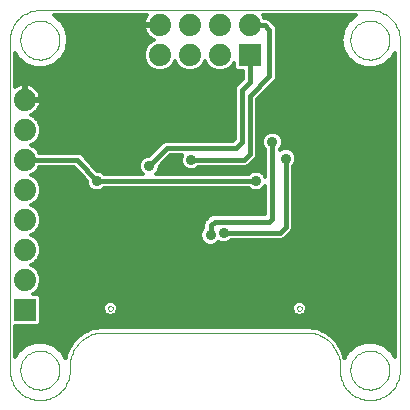
<source format=gtl>
G75*
%MOIN*%
%OFA0B0*%
%FSLAX24Y24*%
%IPPOS*%
%LPD*%
%AMOC8*
5,1,8,0,0,1.08239X$1,22.5*
%
%ADD10C,0.0010*%
%ADD11C,0.0000*%
%ADD12R,0.0740X0.0740*%
%ADD13C,0.0740*%
%ADD14C,0.0350*%
%ADD15C,0.0160*%
%ADD16C,0.0130*%
D10*
X000225Y001225D02*
X000225Y012225D01*
X000227Y012285D01*
X000232Y012346D01*
X000241Y012405D01*
X000254Y012464D01*
X000270Y012523D01*
X000290Y012580D01*
X000313Y012635D01*
X000340Y012690D01*
X000369Y012742D01*
X000402Y012793D01*
X000438Y012842D01*
X000476Y012888D01*
X000518Y012932D01*
X000562Y012974D01*
X000608Y013012D01*
X000657Y013048D01*
X000708Y013081D01*
X000760Y013110D01*
X000815Y013137D01*
X000870Y013160D01*
X000927Y013180D01*
X000986Y013196D01*
X001045Y013209D01*
X001104Y013218D01*
X001165Y013223D01*
X001225Y013225D01*
X012225Y013225D01*
X012285Y013223D01*
X012346Y013218D01*
X012405Y013209D01*
X012464Y013196D01*
X012523Y013180D01*
X012580Y013160D01*
X012635Y013137D01*
X012690Y013110D01*
X012742Y013081D01*
X012793Y013048D01*
X012842Y013012D01*
X012888Y012974D01*
X012932Y012932D01*
X012974Y012888D01*
X013012Y012842D01*
X013048Y012793D01*
X013081Y012742D01*
X013110Y012690D01*
X013137Y012635D01*
X013160Y012580D01*
X013180Y012523D01*
X013196Y012464D01*
X013209Y012405D01*
X013218Y012346D01*
X013223Y012285D01*
X013225Y012225D01*
X013225Y001225D01*
X010225Y002475D02*
X003225Y002475D01*
X003160Y002466D01*
X003095Y002453D01*
X003032Y002436D01*
X002969Y002416D01*
X002908Y002392D01*
X002848Y002364D01*
X002790Y002334D01*
X002733Y002299D01*
X002679Y002262D01*
X002627Y002221D01*
X002578Y002178D01*
X002531Y002132D01*
X002487Y002083D01*
X002446Y002031D01*
X002408Y001977D01*
X002373Y001922D01*
X002341Y001864D01*
X002313Y001804D01*
X002288Y001743D01*
X002267Y001681D01*
X002250Y001617D01*
X002236Y001553D01*
X002226Y001488D01*
X002220Y001422D01*
X002218Y001356D01*
X002220Y001291D01*
X002225Y001225D01*
X001225Y000225D02*
X001165Y000227D01*
X001104Y000232D01*
X001045Y000241D01*
X000986Y000254D01*
X000927Y000270D01*
X000870Y000290D01*
X000815Y000313D01*
X000760Y000340D01*
X000708Y000369D01*
X000657Y000402D01*
X000608Y000438D01*
X000562Y000476D01*
X000518Y000518D01*
X000476Y000562D01*
X000438Y000608D01*
X000402Y000657D01*
X000369Y000708D01*
X000340Y000760D01*
X000313Y000815D01*
X000290Y000870D01*
X000270Y000927D01*
X000254Y000986D01*
X000241Y001045D01*
X000232Y001104D01*
X000227Y001165D01*
X000225Y001225D01*
D11*
X000575Y001225D02*
X000577Y001275D01*
X000583Y001325D01*
X000593Y001375D01*
X000606Y001423D01*
X000623Y001471D01*
X000644Y001517D01*
X000668Y001561D01*
X000696Y001603D01*
X000727Y001643D01*
X000761Y001680D01*
X000798Y001715D01*
X000837Y001746D01*
X000878Y001775D01*
X000922Y001800D01*
X000968Y001822D01*
X001015Y001840D01*
X001063Y001854D01*
X001112Y001865D01*
X001162Y001872D01*
X001212Y001875D01*
X001263Y001874D01*
X001313Y001869D01*
X001363Y001860D01*
X001411Y001848D01*
X001459Y001831D01*
X001505Y001811D01*
X001550Y001788D01*
X001593Y001761D01*
X001633Y001731D01*
X001671Y001698D01*
X001706Y001662D01*
X001739Y001623D01*
X001768Y001582D01*
X001794Y001539D01*
X001817Y001494D01*
X001836Y001447D01*
X001851Y001399D01*
X001863Y001350D01*
X001871Y001300D01*
X001875Y001250D01*
X001875Y001200D01*
X001871Y001150D01*
X001863Y001100D01*
X001851Y001051D01*
X001836Y001003D01*
X001817Y000956D01*
X001794Y000911D01*
X001768Y000868D01*
X001739Y000827D01*
X001706Y000788D01*
X001671Y000752D01*
X001633Y000719D01*
X001593Y000689D01*
X001550Y000662D01*
X001505Y000639D01*
X001459Y000619D01*
X001411Y000602D01*
X001363Y000590D01*
X001313Y000581D01*
X001263Y000576D01*
X001212Y000575D01*
X001162Y000578D01*
X001112Y000585D01*
X001063Y000596D01*
X001015Y000610D01*
X000968Y000628D01*
X000922Y000650D01*
X000878Y000675D01*
X000837Y000704D01*
X000798Y000735D01*
X000761Y000770D01*
X000727Y000807D01*
X000696Y000847D01*
X000668Y000889D01*
X000644Y000933D01*
X000623Y000979D01*
X000606Y001027D01*
X000593Y001075D01*
X000583Y001125D01*
X000577Y001175D01*
X000575Y001225D01*
X001225Y000225D02*
X001285Y000227D01*
X001346Y000232D01*
X001405Y000241D01*
X001464Y000254D01*
X001523Y000270D01*
X001580Y000290D01*
X001635Y000313D01*
X001690Y000340D01*
X001742Y000369D01*
X001793Y000402D01*
X001842Y000438D01*
X001888Y000476D01*
X001932Y000518D01*
X001974Y000562D01*
X002012Y000608D01*
X002048Y000657D01*
X002081Y000708D01*
X002110Y000760D01*
X002137Y000815D01*
X002160Y000870D01*
X002180Y000927D01*
X002196Y000986D01*
X002209Y001045D01*
X002218Y001104D01*
X002223Y001165D01*
X002225Y001225D01*
X003496Y003279D02*
X003498Y003297D01*
X003504Y003313D01*
X003513Y003328D01*
X003526Y003341D01*
X003541Y003350D01*
X003557Y003356D01*
X003575Y003358D01*
X003593Y003356D01*
X003609Y003350D01*
X003624Y003341D01*
X003637Y003328D01*
X003646Y003313D01*
X003652Y003297D01*
X003654Y003279D01*
X003652Y003261D01*
X003646Y003245D01*
X003637Y003230D01*
X003624Y003217D01*
X003609Y003208D01*
X003593Y003202D01*
X003575Y003200D01*
X003557Y003202D01*
X003541Y003208D01*
X003526Y003217D01*
X003513Y003230D01*
X003504Y003245D01*
X003498Y003261D01*
X003496Y003279D01*
X009796Y003279D02*
X009798Y003297D01*
X009804Y003313D01*
X009813Y003328D01*
X009826Y003341D01*
X009841Y003350D01*
X009857Y003356D01*
X009875Y003358D01*
X009893Y003356D01*
X009909Y003350D01*
X009924Y003341D01*
X009937Y003328D01*
X009946Y003313D01*
X009952Y003297D01*
X009954Y003279D01*
X009952Y003261D01*
X009946Y003245D01*
X009937Y003230D01*
X009924Y003217D01*
X009909Y003208D01*
X009893Y003202D01*
X009875Y003200D01*
X009857Y003202D01*
X009841Y003208D01*
X009826Y003217D01*
X009813Y003230D01*
X009804Y003245D01*
X009798Y003261D01*
X009796Y003279D01*
X010225Y002475D02*
X010290Y002466D01*
X010355Y002453D01*
X010418Y002436D01*
X010481Y002416D01*
X010542Y002392D01*
X010602Y002364D01*
X010660Y002334D01*
X010717Y002299D01*
X010771Y002262D01*
X010823Y002221D01*
X010872Y002178D01*
X010919Y002132D01*
X010963Y002083D01*
X011004Y002031D01*
X011042Y001977D01*
X011077Y001922D01*
X011109Y001864D01*
X011137Y001804D01*
X011162Y001743D01*
X011183Y001681D01*
X011200Y001617D01*
X011214Y001553D01*
X011224Y001488D01*
X011230Y001422D01*
X011232Y001356D01*
X011230Y001291D01*
X011225Y001225D01*
X011575Y001225D02*
X011577Y001275D01*
X011583Y001325D01*
X011593Y001375D01*
X011606Y001423D01*
X011623Y001471D01*
X011644Y001517D01*
X011668Y001561D01*
X011696Y001603D01*
X011727Y001643D01*
X011761Y001680D01*
X011798Y001715D01*
X011837Y001746D01*
X011878Y001775D01*
X011922Y001800D01*
X011968Y001822D01*
X012015Y001840D01*
X012063Y001854D01*
X012112Y001865D01*
X012162Y001872D01*
X012212Y001875D01*
X012263Y001874D01*
X012313Y001869D01*
X012363Y001860D01*
X012411Y001848D01*
X012459Y001831D01*
X012505Y001811D01*
X012550Y001788D01*
X012593Y001761D01*
X012633Y001731D01*
X012671Y001698D01*
X012706Y001662D01*
X012739Y001623D01*
X012768Y001582D01*
X012794Y001539D01*
X012817Y001494D01*
X012836Y001447D01*
X012851Y001399D01*
X012863Y001350D01*
X012871Y001300D01*
X012875Y001250D01*
X012875Y001200D01*
X012871Y001150D01*
X012863Y001100D01*
X012851Y001051D01*
X012836Y001003D01*
X012817Y000956D01*
X012794Y000911D01*
X012768Y000868D01*
X012739Y000827D01*
X012706Y000788D01*
X012671Y000752D01*
X012633Y000719D01*
X012593Y000689D01*
X012550Y000662D01*
X012505Y000639D01*
X012459Y000619D01*
X012411Y000602D01*
X012363Y000590D01*
X012313Y000581D01*
X012263Y000576D01*
X012212Y000575D01*
X012162Y000578D01*
X012112Y000585D01*
X012063Y000596D01*
X012015Y000610D01*
X011968Y000628D01*
X011922Y000650D01*
X011878Y000675D01*
X011837Y000704D01*
X011798Y000735D01*
X011761Y000770D01*
X011727Y000807D01*
X011696Y000847D01*
X011668Y000889D01*
X011644Y000933D01*
X011623Y000979D01*
X011606Y001027D01*
X011593Y001075D01*
X011583Y001125D01*
X011577Y001175D01*
X011575Y001225D01*
X011225Y001225D02*
X011227Y001165D01*
X011232Y001104D01*
X011241Y001045D01*
X011254Y000986D01*
X011270Y000927D01*
X011290Y000870D01*
X011313Y000815D01*
X011340Y000760D01*
X011369Y000708D01*
X011402Y000657D01*
X011438Y000608D01*
X011476Y000562D01*
X011518Y000518D01*
X011562Y000476D01*
X011608Y000438D01*
X011657Y000402D01*
X011708Y000369D01*
X011760Y000340D01*
X011815Y000313D01*
X011870Y000290D01*
X011927Y000270D01*
X011986Y000254D01*
X012045Y000241D01*
X012104Y000232D01*
X012165Y000227D01*
X012225Y000225D01*
X012285Y000227D01*
X012346Y000232D01*
X012405Y000241D01*
X012464Y000254D01*
X012523Y000270D01*
X012580Y000290D01*
X012635Y000313D01*
X012690Y000340D01*
X012742Y000369D01*
X012793Y000402D01*
X012842Y000438D01*
X012888Y000476D01*
X012932Y000518D01*
X012974Y000562D01*
X013012Y000608D01*
X013048Y000657D01*
X013081Y000708D01*
X013110Y000760D01*
X013137Y000815D01*
X013160Y000870D01*
X013180Y000927D01*
X013196Y000986D01*
X013209Y001045D01*
X013218Y001104D01*
X013223Y001165D01*
X013225Y001225D01*
X011575Y012225D02*
X011577Y012275D01*
X011583Y012325D01*
X011593Y012375D01*
X011606Y012423D01*
X011623Y012471D01*
X011644Y012517D01*
X011668Y012561D01*
X011696Y012603D01*
X011727Y012643D01*
X011761Y012680D01*
X011798Y012715D01*
X011837Y012746D01*
X011878Y012775D01*
X011922Y012800D01*
X011968Y012822D01*
X012015Y012840D01*
X012063Y012854D01*
X012112Y012865D01*
X012162Y012872D01*
X012212Y012875D01*
X012263Y012874D01*
X012313Y012869D01*
X012363Y012860D01*
X012411Y012848D01*
X012459Y012831D01*
X012505Y012811D01*
X012550Y012788D01*
X012593Y012761D01*
X012633Y012731D01*
X012671Y012698D01*
X012706Y012662D01*
X012739Y012623D01*
X012768Y012582D01*
X012794Y012539D01*
X012817Y012494D01*
X012836Y012447D01*
X012851Y012399D01*
X012863Y012350D01*
X012871Y012300D01*
X012875Y012250D01*
X012875Y012200D01*
X012871Y012150D01*
X012863Y012100D01*
X012851Y012051D01*
X012836Y012003D01*
X012817Y011956D01*
X012794Y011911D01*
X012768Y011868D01*
X012739Y011827D01*
X012706Y011788D01*
X012671Y011752D01*
X012633Y011719D01*
X012593Y011689D01*
X012550Y011662D01*
X012505Y011639D01*
X012459Y011619D01*
X012411Y011602D01*
X012363Y011590D01*
X012313Y011581D01*
X012263Y011576D01*
X012212Y011575D01*
X012162Y011578D01*
X012112Y011585D01*
X012063Y011596D01*
X012015Y011610D01*
X011968Y011628D01*
X011922Y011650D01*
X011878Y011675D01*
X011837Y011704D01*
X011798Y011735D01*
X011761Y011770D01*
X011727Y011807D01*
X011696Y011847D01*
X011668Y011889D01*
X011644Y011933D01*
X011623Y011979D01*
X011606Y012027D01*
X011593Y012075D01*
X011583Y012125D01*
X011577Y012175D01*
X011575Y012225D01*
X000575Y012225D02*
X000577Y012275D01*
X000583Y012325D01*
X000593Y012375D01*
X000606Y012423D01*
X000623Y012471D01*
X000644Y012517D01*
X000668Y012561D01*
X000696Y012603D01*
X000727Y012643D01*
X000761Y012680D01*
X000798Y012715D01*
X000837Y012746D01*
X000878Y012775D01*
X000922Y012800D01*
X000968Y012822D01*
X001015Y012840D01*
X001063Y012854D01*
X001112Y012865D01*
X001162Y012872D01*
X001212Y012875D01*
X001263Y012874D01*
X001313Y012869D01*
X001363Y012860D01*
X001411Y012848D01*
X001459Y012831D01*
X001505Y012811D01*
X001550Y012788D01*
X001593Y012761D01*
X001633Y012731D01*
X001671Y012698D01*
X001706Y012662D01*
X001739Y012623D01*
X001768Y012582D01*
X001794Y012539D01*
X001817Y012494D01*
X001836Y012447D01*
X001851Y012399D01*
X001863Y012350D01*
X001871Y012300D01*
X001875Y012250D01*
X001875Y012200D01*
X001871Y012150D01*
X001863Y012100D01*
X001851Y012051D01*
X001836Y012003D01*
X001817Y011956D01*
X001794Y011911D01*
X001768Y011868D01*
X001739Y011827D01*
X001706Y011788D01*
X001671Y011752D01*
X001633Y011719D01*
X001593Y011689D01*
X001550Y011662D01*
X001505Y011639D01*
X001459Y011619D01*
X001411Y011602D01*
X001363Y011590D01*
X001313Y011581D01*
X001263Y011576D01*
X001212Y011575D01*
X001162Y011578D01*
X001112Y011585D01*
X001063Y011596D01*
X001015Y011610D01*
X000968Y011628D01*
X000922Y011650D01*
X000878Y011675D01*
X000837Y011704D01*
X000798Y011735D01*
X000761Y011770D01*
X000727Y011807D01*
X000696Y011847D01*
X000668Y011889D01*
X000644Y011933D01*
X000623Y011979D01*
X000606Y012027D01*
X000593Y012075D01*
X000583Y012125D01*
X000577Y012175D01*
X000575Y012225D01*
D12*
X008225Y011725D03*
X000725Y003225D03*
D13*
X000725Y004225D03*
X000725Y005225D03*
X000725Y006225D03*
X000725Y007225D03*
X000725Y008225D03*
X000725Y009225D03*
X000725Y010225D03*
X005225Y011725D03*
X005225Y012725D03*
X006225Y012725D03*
X006225Y011725D03*
X007225Y011725D03*
X007225Y012725D03*
X008225Y012725D03*
D14*
X007025Y009875D03*
X006275Y008225D03*
X004875Y008025D03*
X003125Y007525D03*
X006915Y005715D03*
X007345Y005795D03*
X008425Y007525D03*
X009425Y008275D03*
X008975Y008825D03*
X011325Y010025D03*
D15*
X009425Y008275D02*
X009425Y005995D01*
X009225Y005795D01*
X007345Y005795D01*
X006915Y005715D02*
X006915Y006045D01*
X007045Y006175D01*
X008875Y006175D01*
X008975Y006275D01*
X008975Y008825D01*
X008225Y008425D02*
X008225Y010375D01*
X008875Y011025D01*
X008875Y012575D01*
X008725Y012725D01*
X008225Y012725D01*
X008225Y011725D02*
X008225Y010825D01*
X007975Y010575D01*
X007975Y008825D01*
X007775Y008625D01*
X005475Y008625D01*
X004875Y008025D01*
X006275Y008225D02*
X008025Y008225D01*
X008225Y008425D01*
X008425Y007525D02*
X003125Y007525D01*
X002475Y008225D01*
X000725Y008225D01*
D16*
X000916Y008725D02*
X001028Y008679D01*
X001179Y008528D01*
X001203Y008470D01*
X002431Y008470D01*
X002435Y008472D01*
X002480Y008470D01*
X002524Y008470D01*
X002528Y008468D01*
X002533Y008468D01*
X002573Y008450D01*
X002614Y008433D01*
X002617Y008429D01*
X002621Y008427D01*
X002651Y008395D01*
X002683Y008364D01*
X002684Y008359D01*
X003144Y007865D01*
X003193Y007865D01*
X003318Y007813D01*
X003361Y007770D01*
X004649Y007770D01*
X004587Y007832D01*
X004535Y007957D01*
X004535Y008093D01*
X004587Y008218D01*
X004682Y008313D01*
X004807Y008365D01*
X004869Y008365D01*
X005267Y008764D01*
X005336Y008833D01*
X005426Y008870D01*
X007674Y008870D01*
X007730Y008926D01*
X007730Y010624D01*
X007767Y010714D01*
X007980Y010926D01*
X007980Y011190D01*
X007787Y011190D01*
X007690Y011287D01*
X007690Y011450D01*
X007679Y011422D01*
X007528Y011271D01*
X007331Y011190D01*
X007119Y011190D01*
X006922Y011271D01*
X006771Y011422D01*
X006725Y011534D01*
X006679Y011422D01*
X006528Y011271D01*
X006331Y011190D01*
X006119Y011190D01*
X005922Y011271D01*
X005771Y011422D01*
X005725Y011534D01*
X005679Y011422D01*
X005528Y011271D01*
X005331Y011190D01*
X005119Y011190D01*
X004922Y011271D01*
X004771Y011422D01*
X004690Y011619D01*
X004690Y011831D01*
X004771Y012028D01*
X004922Y012179D01*
X005033Y012225D01*
X005020Y012229D01*
X004945Y012267D01*
X004876Y012317D01*
X004817Y012376D01*
X004767Y012445D01*
X004729Y012520D01*
X004703Y012600D01*
X004690Y012683D01*
X004690Y012690D01*
X005190Y012690D01*
X005190Y012760D01*
X004690Y012760D01*
X004690Y012767D01*
X004703Y012850D01*
X004729Y012930D01*
X004767Y013005D01*
X004803Y013055D01*
X001678Y013055D01*
X001700Y013047D01*
X001700Y013047D01*
X001952Y012835D01*
X001952Y012835D01*
X002117Y012550D01*
X002117Y012550D01*
X002174Y012225D01*
X002174Y012225D01*
X002117Y011900D01*
X002117Y011900D01*
X001952Y011615D01*
X001952Y011615D01*
X001952Y011615D01*
X001700Y011403D01*
X001700Y011403D01*
X001390Y011290D01*
X001060Y011290D01*
X000750Y011403D01*
X000750Y011403D01*
X000498Y011615D01*
X000498Y011615D01*
X000395Y011793D01*
X000395Y010647D01*
X000445Y010683D01*
X000520Y010721D01*
X000600Y010747D01*
X000683Y010760D01*
X000690Y010760D01*
X000690Y010260D01*
X000760Y010260D01*
X000760Y010760D01*
X000767Y010760D01*
X000850Y010747D01*
X000930Y010721D01*
X001005Y010683D01*
X001074Y010633D01*
X001133Y010574D01*
X001183Y010505D01*
X007730Y010505D01*
X007730Y010377D02*
X001238Y010377D01*
X001247Y010350D02*
X001221Y010430D01*
X001183Y010505D01*
X001247Y010350D02*
X001260Y010267D01*
X001260Y010260D01*
X000760Y010260D01*
X000760Y010190D01*
X001260Y010190D01*
X001260Y010183D01*
X001247Y010100D01*
X001221Y010020D01*
X001183Y009945D01*
X001133Y009876D01*
X001074Y009817D01*
X001005Y009767D01*
X000930Y009729D01*
X000917Y009725D01*
X001028Y009679D01*
X001179Y009528D01*
X001260Y009331D01*
X001260Y009119D01*
X001179Y008922D01*
X001028Y008771D01*
X000916Y008725D01*
X000962Y008706D02*
X005210Y008706D01*
X005081Y008578D02*
X001129Y008578D01*
X001091Y008835D02*
X005341Y008835D01*
X004953Y008449D02*
X002574Y008449D01*
X002721Y008321D02*
X004700Y008321D01*
X004576Y008192D02*
X002840Y008192D01*
X002959Y008064D02*
X004535Y008064D01*
X004544Y007935D02*
X003079Y007935D01*
X003324Y007807D02*
X004613Y007807D01*
X005101Y007770D02*
X005163Y007832D01*
X005215Y007957D01*
X005215Y008019D01*
X005576Y008380D01*
X005971Y008380D01*
X005935Y008293D01*
X005935Y008157D01*
X005987Y008032D01*
X006082Y007937D01*
X006207Y007885D01*
X006343Y007885D01*
X006468Y007937D01*
X006511Y007980D01*
X008074Y007980D01*
X008164Y008017D01*
X008364Y008217D01*
X008433Y008286D01*
X008470Y008376D01*
X008470Y010274D01*
X009014Y010817D01*
X009083Y010886D01*
X009120Y010976D01*
X009120Y012624D01*
X009083Y012714D01*
X008933Y012864D01*
X008864Y012933D01*
X008774Y012970D01*
X008703Y012970D01*
X008679Y013028D01*
X008652Y013055D01*
X011772Y013055D01*
X011750Y013047D01*
X011498Y012835D01*
X011333Y012550D01*
X011333Y012550D01*
X011276Y012225D01*
X011333Y011900D01*
X011498Y011615D01*
X011498Y011615D01*
X011750Y011403D01*
X012060Y011290D01*
X012390Y011290D01*
X012700Y011403D01*
X012952Y011615D01*
X013055Y011793D01*
X013055Y001657D01*
X012952Y001835D01*
X012952Y001835D01*
X012700Y002047D01*
X012700Y002047D01*
X012390Y002160D01*
X012060Y002160D01*
X011750Y002047D01*
X011498Y001835D01*
X011370Y001614D01*
X011329Y001813D01*
X011329Y001813D01*
X011125Y002170D01*
X011125Y002170D01*
X010822Y002447D01*
X010822Y002447D01*
X010447Y002616D01*
X010309Y002632D01*
X010295Y002645D01*
X010189Y002645D01*
X010175Y002647D01*
X010173Y002645D01*
X003285Y002645D01*
X003276Y002652D01*
X003216Y002645D01*
X003155Y002645D01*
X003147Y002637D01*
X003001Y002621D01*
X002626Y002451D01*
X002321Y002173D01*
X002117Y001815D01*
X002076Y001620D01*
X001952Y001835D01*
X001952Y001835D01*
X001700Y002047D01*
X001700Y002047D01*
X001390Y002160D01*
X001060Y002160D01*
X000750Y002047D01*
X000498Y001835D01*
X000395Y001657D01*
X000395Y002690D01*
X001163Y002690D01*
X001260Y002787D01*
X001260Y003663D01*
X001163Y003760D01*
X001000Y003760D01*
X001028Y003771D01*
X001179Y003922D01*
X001260Y004119D01*
X001260Y004331D01*
X001179Y004528D01*
X001028Y004679D01*
X000916Y004725D01*
X001028Y004771D01*
X001179Y004922D01*
X001260Y005119D01*
X001260Y005331D01*
X001179Y005528D01*
X001028Y005679D01*
X000916Y005725D01*
X001028Y005771D01*
X001179Y005922D01*
X001260Y006119D01*
X001260Y006331D01*
X001179Y006528D01*
X001028Y006679D01*
X000916Y006725D01*
X001028Y006771D01*
X001179Y006922D01*
X001260Y007119D01*
X001260Y007331D01*
X001179Y007528D01*
X001028Y007679D01*
X000916Y007725D01*
X001028Y007771D01*
X001179Y007922D01*
X001203Y007980D01*
X002368Y007980D01*
X002785Y007531D01*
X002785Y007457D01*
X002837Y007332D01*
X002932Y007237D01*
X003057Y007185D01*
X003193Y007185D01*
X003318Y007237D01*
X003361Y007280D01*
X008189Y007280D01*
X008232Y007237D01*
X008357Y007185D01*
X008493Y007185D01*
X008618Y007237D01*
X008713Y007332D01*
X008730Y007373D01*
X008730Y006420D01*
X006996Y006420D01*
X006906Y006383D01*
X006837Y006314D01*
X006707Y006184D01*
X006670Y006094D01*
X006670Y005951D01*
X006627Y005908D01*
X006575Y005783D01*
X006575Y005647D01*
X006627Y005522D01*
X006722Y005427D01*
X006847Y005375D01*
X006983Y005375D01*
X007108Y005427D01*
X007177Y005496D01*
X007277Y005455D01*
X007413Y005455D01*
X007538Y005507D01*
X007581Y005550D01*
X009274Y005550D01*
X009364Y005587D01*
X009564Y005787D01*
X009633Y005856D01*
X009670Y005946D01*
X009670Y008039D01*
X009713Y008082D01*
X009765Y008207D01*
X009765Y008343D01*
X009713Y008468D01*
X009618Y008563D01*
X009493Y008615D01*
X009357Y008615D01*
X009232Y008563D01*
X009220Y008551D01*
X009220Y008589D01*
X009263Y008632D01*
X009315Y008757D01*
X009315Y008893D01*
X009263Y009018D01*
X009168Y009113D01*
X009043Y009165D01*
X008907Y009165D01*
X008782Y009113D01*
X008687Y009018D01*
X008635Y008893D01*
X008635Y008757D01*
X008687Y008632D01*
X008730Y008589D01*
X008730Y007677D01*
X008713Y007718D01*
X008618Y007813D01*
X008493Y007865D01*
X008357Y007865D01*
X008232Y007813D01*
X008189Y007770D01*
X005101Y007770D01*
X005137Y007807D02*
X008226Y007807D01*
X008210Y008064D02*
X008730Y008064D01*
X008730Y008192D02*
X008338Y008192D01*
X008447Y008321D02*
X008730Y008321D01*
X008730Y008449D02*
X008470Y008449D01*
X008470Y008578D02*
X008730Y008578D01*
X008656Y008706D02*
X008470Y008706D01*
X008470Y008835D02*
X008635Y008835D01*
X008664Y008963D02*
X008470Y008963D01*
X008470Y009092D02*
X008761Y009092D01*
X008470Y009220D02*
X013055Y009220D01*
X013055Y009092D02*
X009189Y009092D01*
X009286Y008963D02*
X013055Y008963D01*
X013055Y008835D02*
X009315Y008835D01*
X009294Y008706D02*
X013055Y008706D01*
X013055Y008578D02*
X009583Y008578D01*
X009721Y008449D02*
X013055Y008449D01*
X013055Y008321D02*
X009765Y008321D01*
X009759Y008192D02*
X013055Y008192D01*
X013055Y008064D02*
X009694Y008064D01*
X009670Y007935D02*
X013055Y007935D01*
X013055Y007807D02*
X009670Y007807D01*
X009670Y007678D02*
X013055Y007678D01*
X013055Y007550D02*
X009670Y007550D01*
X009670Y007421D02*
X013055Y007421D01*
X013055Y007293D02*
X009670Y007293D01*
X009670Y007164D02*
X013055Y007164D01*
X013055Y007036D02*
X009670Y007036D01*
X009670Y006907D02*
X013055Y006907D01*
X013055Y006779D02*
X009670Y006779D01*
X009670Y006650D02*
X013055Y006650D01*
X013055Y006522D02*
X009670Y006522D01*
X009670Y006393D02*
X013055Y006393D01*
X013055Y006265D02*
X009670Y006265D01*
X009670Y006136D02*
X013055Y006136D01*
X013055Y006008D02*
X009670Y006008D01*
X009642Y005879D02*
X013055Y005879D01*
X013055Y005751D02*
X009527Y005751D01*
X009398Y005622D02*
X013055Y005622D01*
X013055Y005494D02*
X007506Y005494D01*
X007184Y005494D02*
X007174Y005494D01*
X006656Y005494D02*
X001193Y005494D01*
X001246Y005365D02*
X013055Y005365D01*
X013055Y005237D02*
X001260Y005237D01*
X001256Y005108D02*
X013055Y005108D01*
X013055Y004980D02*
X001202Y004980D01*
X001108Y004851D02*
X013055Y004851D01*
X013055Y004723D02*
X000922Y004723D01*
X001113Y004594D02*
X013055Y004594D01*
X013055Y004466D02*
X001204Y004466D01*
X001258Y004337D02*
X013055Y004337D01*
X013055Y004209D02*
X001260Y004209D01*
X001244Y004080D02*
X013055Y004080D01*
X013055Y003952D02*
X001191Y003952D01*
X001080Y003823D02*
X013055Y003823D01*
X013055Y003695D02*
X001229Y003695D01*
X001260Y003566D02*
X013055Y003566D01*
X013055Y003438D02*
X010061Y003438D01*
X010081Y003417D02*
X010013Y003486D01*
X009923Y003523D01*
X009826Y003523D01*
X009737Y003486D01*
X009668Y003417D01*
X009631Y003328D01*
X009631Y003231D01*
X009668Y003141D01*
X009737Y003073D01*
X009826Y003036D01*
X009923Y003036D01*
X010013Y003073D01*
X010081Y003141D01*
X010118Y003231D01*
X010118Y003328D01*
X010081Y003417D01*
X010118Y003309D02*
X013055Y003309D01*
X013055Y003181D02*
X010097Y003181D01*
X009963Y003052D02*
X013055Y003052D01*
X013055Y002924D02*
X001260Y002924D01*
X001260Y003052D02*
X003487Y003052D01*
X003527Y003036D02*
X003437Y003073D01*
X003369Y003141D01*
X003332Y003231D01*
X003332Y003328D01*
X003369Y003417D01*
X003437Y003486D01*
X003527Y003523D01*
X003624Y003523D01*
X003713Y003486D01*
X003782Y003417D01*
X003819Y003328D01*
X003819Y003231D01*
X003782Y003141D01*
X003713Y003073D01*
X003624Y003036D01*
X003527Y003036D01*
X003664Y003052D02*
X009786Y003052D01*
X009652Y003181D02*
X003798Y003181D01*
X003819Y003309D02*
X009631Y003309D01*
X009688Y003438D02*
X003762Y003438D01*
X003389Y003438D02*
X001260Y003438D01*
X001260Y003309D02*
X003332Y003309D01*
X003353Y003181D02*
X001260Y003181D01*
X001260Y002795D02*
X013055Y002795D01*
X013055Y002667D02*
X000395Y002667D01*
X000395Y002538D02*
X002817Y002538D01*
X002580Y002410D02*
X000395Y002410D01*
X000395Y002281D02*
X002439Y002281D01*
X002321Y002173D02*
X002321Y002173D01*
X002309Y002153D02*
X001410Y002153D01*
X001060Y002160D02*
X001060Y002160D01*
X001040Y002153D02*
X000395Y002153D01*
X000395Y002024D02*
X000723Y002024D01*
X000569Y001896D02*
X000395Y001896D01*
X000498Y001835D02*
X000498Y001835D01*
X000458Y001767D02*
X000395Y001767D01*
X001727Y002024D02*
X002236Y002024D01*
X002162Y001896D02*
X001881Y001896D01*
X001992Y001767D02*
X002107Y001767D01*
X002080Y001639D02*
X002066Y001639D01*
X003001Y002621D02*
X003001Y002621D01*
X001085Y005622D02*
X006586Y005622D01*
X006575Y005751D02*
X000978Y005751D01*
X001136Y005879D02*
X006615Y005879D01*
X006670Y006008D02*
X001214Y006008D01*
X001260Y006136D02*
X006688Y006136D01*
X006788Y006265D02*
X001260Y006265D01*
X001234Y006393D02*
X006931Y006393D01*
X006463Y007935D02*
X008730Y007935D01*
X008730Y007807D02*
X008624Y007807D01*
X008730Y007678D02*
X008730Y007678D01*
X008730Y007293D02*
X008673Y007293D01*
X008730Y007164D02*
X001260Y007164D01*
X001260Y007293D02*
X002877Y007293D01*
X002800Y007421D02*
X001223Y007421D01*
X001157Y007550D02*
X002768Y007550D01*
X002649Y007678D02*
X001029Y007678D01*
X001063Y007807D02*
X002529Y007807D01*
X002410Y007935D02*
X001184Y007935D01*
X001226Y007036D02*
X008730Y007036D01*
X008730Y006907D02*
X001164Y006907D01*
X001035Y006779D02*
X008730Y006779D01*
X008730Y006650D02*
X001057Y006650D01*
X001181Y006522D02*
X008730Y006522D01*
X009220Y008578D02*
X009267Y008578D01*
X008470Y009349D02*
X013055Y009349D01*
X013055Y009477D02*
X008470Y009477D01*
X008470Y009606D02*
X013055Y009606D01*
X013055Y009734D02*
X008470Y009734D01*
X008470Y009863D02*
X013055Y009863D01*
X013055Y009991D02*
X008470Y009991D01*
X008470Y010120D02*
X013055Y010120D01*
X013055Y010248D02*
X008470Y010248D01*
X008573Y010377D02*
X013055Y010377D01*
X013055Y010505D02*
X008702Y010505D01*
X008830Y010634D02*
X013055Y010634D01*
X013055Y010762D02*
X008959Y010762D01*
X009084Y010891D02*
X013055Y010891D01*
X013055Y011019D02*
X009120Y011019D01*
X009120Y011148D02*
X013055Y011148D01*
X013055Y011276D02*
X009120Y011276D01*
X009120Y011405D02*
X011748Y011405D01*
X011750Y011403D02*
X011750Y011403D01*
X011595Y011533D02*
X009120Y011533D01*
X009120Y011662D02*
X011471Y011662D01*
X011396Y011790D02*
X009120Y011790D01*
X009120Y011919D02*
X011330Y011919D01*
X011333Y011900D02*
X011333Y011900D01*
X011307Y012047D02*
X009120Y012047D01*
X009120Y012176D02*
X011284Y012176D01*
X011276Y012225D02*
X011276Y012225D01*
X011290Y012304D02*
X009120Y012304D01*
X009120Y012433D02*
X011312Y012433D01*
X011339Y012561D02*
X009120Y012561D01*
X009093Y012690D02*
X011414Y012690D01*
X011488Y012818D02*
X008978Y012818D01*
X008830Y012947D02*
X011630Y012947D01*
X011750Y013047D02*
X011750Y013047D01*
X011498Y012835D02*
X011498Y012835D01*
X011498Y012835D01*
X012700Y011403D02*
X012700Y011403D01*
X012702Y011405D02*
X013055Y011405D01*
X013055Y011533D02*
X012855Y011533D01*
X012952Y011615D02*
X012952Y011615D01*
X012979Y011662D02*
X013055Y011662D01*
X013054Y011790D02*
X013055Y011790D01*
X007980Y011148D02*
X000395Y011148D01*
X000395Y011276D02*
X004917Y011276D01*
X004789Y011405D02*
X001702Y011405D01*
X001855Y011533D02*
X004725Y011533D01*
X004690Y011662D02*
X001979Y011662D01*
X002054Y011790D02*
X004690Y011790D01*
X004726Y011919D02*
X002120Y011919D01*
X002143Y012047D02*
X004790Y012047D01*
X004919Y012176D02*
X002166Y012176D01*
X002160Y012304D02*
X004894Y012304D01*
X004776Y012433D02*
X002138Y012433D01*
X002111Y012561D02*
X004716Y012561D01*
X004690Y012690D02*
X002036Y012690D01*
X001962Y012818D02*
X004698Y012818D01*
X004737Y012947D02*
X001820Y012947D01*
X000471Y011662D02*
X000395Y011662D01*
X000395Y011790D02*
X000396Y011790D01*
X000395Y011533D02*
X000595Y011533D01*
X000748Y011405D02*
X000395Y011405D01*
X000395Y011019D02*
X007980Y011019D01*
X007944Y010891D02*
X000395Y010891D01*
X000395Y010762D02*
X007816Y010762D01*
X007734Y010634D02*
X001073Y010634D01*
X000760Y010634D02*
X000690Y010634D01*
X000690Y010505D02*
X000760Y010505D01*
X000760Y010377D02*
X000690Y010377D01*
X000760Y010248D02*
X007730Y010248D01*
X007730Y010120D02*
X001250Y010120D01*
X001206Y009991D02*
X007730Y009991D01*
X007730Y009863D02*
X001119Y009863D01*
X000940Y009734D02*
X007730Y009734D01*
X007730Y009606D02*
X001101Y009606D01*
X001200Y009477D02*
X007730Y009477D01*
X007730Y009349D02*
X001253Y009349D01*
X001260Y009220D02*
X007730Y009220D01*
X007730Y009092D02*
X001249Y009092D01*
X001196Y008963D02*
X007730Y008963D01*
X006087Y007935D02*
X005206Y007935D01*
X005260Y008064D02*
X005974Y008064D01*
X005935Y008192D02*
X005388Y008192D01*
X005517Y008321D02*
X005947Y008321D01*
X005917Y011276D02*
X005533Y011276D01*
X005661Y011405D02*
X005789Y011405D01*
X005725Y011533D02*
X005725Y011533D01*
X006533Y011276D02*
X006917Y011276D01*
X006789Y011405D02*
X006661Y011405D01*
X006725Y011533D02*
X006725Y011533D01*
X007533Y011276D02*
X007701Y011276D01*
X007690Y011405D02*
X007661Y011405D01*
X010447Y002616D02*
X010447Y002616D01*
X010620Y002538D02*
X013055Y002538D01*
X013055Y002410D02*
X010863Y002410D01*
X011004Y002281D02*
X013055Y002281D01*
X013055Y002153D02*
X012410Y002153D01*
X012040Y002153D02*
X011135Y002153D01*
X011209Y002024D02*
X011723Y002024D01*
X011750Y002047D02*
X011750Y002047D01*
X011569Y001896D02*
X011282Y001896D01*
X011338Y001767D02*
X011458Y001767D01*
X011498Y001835D02*
X011498Y001835D01*
X011498Y001835D01*
X011384Y001639D02*
X011365Y001639D01*
X012727Y002024D02*
X013055Y002024D01*
X013055Y001896D02*
X012881Y001896D01*
X012992Y001767D02*
X013055Y001767D01*
M02*

</source>
